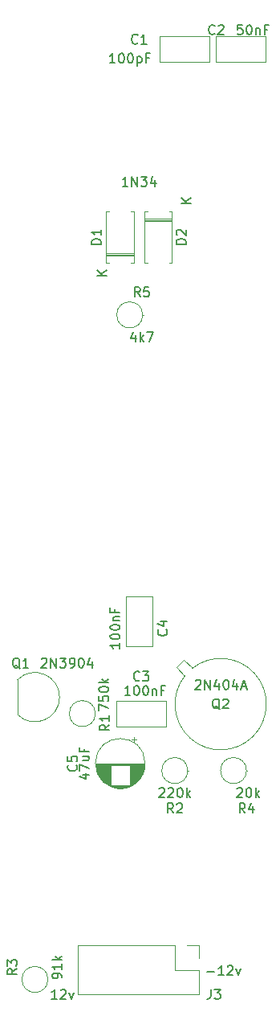
<source format=gbr>
%TF.GenerationSoftware,KiCad,Pcbnew,(6.0.4-0)*%
%TF.CreationDate,2022-12-20T09:34:10-08:00*%
%TF.ProjectId,harmonic_percolator,6861726d-6f6e-4696-935f-706572636f6c,rev?*%
%TF.SameCoordinates,Original*%
%TF.FileFunction,Legend,Top*%
%TF.FilePolarity,Positive*%
%FSLAX46Y46*%
G04 Gerber Fmt 4.6, Leading zero omitted, Abs format (unit mm)*
G04 Created by KiCad (PCBNEW (6.0.4-0)) date 2022-12-20 09:34:10*
%MOMM*%
%LPD*%
G01*
G04 APERTURE LIST*
%ADD10C,0.150000*%
%ADD11C,0.120000*%
G04 APERTURE END LIST*
D10*
X96328571Y-148052380D02*
X95757142Y-148052380D01*
X96042857Y-148052380D02*
X96042857Y-147052380D01*
X95947619Y-147195238D01*
X95852380Y-147290476D01*
X95757142Y-147338095D01*
X96709523Y-147147619D02*
X96757142Y-147100000D01*
X96852380Y-147052380D01*
X97090476Y-147052380D01*
X97185714Y-147100000D01*
X97233333Y-147147619D01*
X97280952Y-147242857D01*
X97280952Y-147338095D01*
X97233333Y-147480952D01*
X96661904Y-148052380D01*
X97280952Y-148052380D01*
X97614285Y-147385714D02*
X97852380Y-148052380D01*
X98090476Y-147385714D01*
X112185714Y-145171428D02*
X112947619Y-145171428D01*
X113947619Y-145552380D02*
X113376190Y-145552380D01*
X113661904Y-145552380D02*
X113661904Y-144552380D01*
X113566666Y-144695238D01*
X113471428Y-144790476D01*
X113376190Y-144838095D01*
X114328571Y-144647619D02*
X114376190Y-144600000D01*
X114471428Y-144552380D01*
X114709523Y-144552380D01*
X114804761Y-144600000D01*
X114852380Y-144647619D01*
X114900000Y-144742857D01*
X114900000Y-144838095D01*
X114852380Y-144980952D01*
X114280952Y-145552380D01*
X114900000Y-145552380D01*
X115233333Y-144885714D02*
X115471428Y-145552380D01*
X115709523Y-144885714D01*
%TO.C,R4*%
X116158333Y-128452380D02*
X115825000Y-127976190D01*
X115586904Y-128452380D02*
X115586904Y-127452380D01*
X115967857Y-127452380D01*
X116063095Y-127500000D01*
X116110714Y-127547619D01*
X116158333Y-127642857D01*
X116158333Y-127785714D01*
X116110714Y-127880952D01*
X116063095Y-127928571D01*
X115967857Y-127976190D01*
X115586904Y-127976190D01*
X117015476Y-127785714D02*
X117015476Y-128452380D01*
X116777380Y-127404761D02*
X116539285Y-128119047D01*
X117158333Y-128119047D01*
X115328333Y-125917619D02*
X115375952Y-125870000D01*
X115471190Y-125822380D01*
X115709285Y-125822380D01*
X115804523Y-125870000D01*
X115852142Y-125917619D01*
X115899761Y-126012857D01*
X115899761Y-126108095D01*
X115852142Y-126250952D01*
X115280714Y-126822380D01*
X115899761Y-126822380D01*
X116518809Y-125822380D02*
X116614047Y-125822380D01*
X116709285Y-125870000D01*
X116756904Y-125917619D01*
X116804523Y-126012857D01*
X116852142Y-126203333D01*
X116852142Y-126441428D01*
X116804523Y-126631904D01*
X116756904Y-126727142D01*
X116709285Y-126774761D01*
X116614047Y-126822380D01*
X116518809Y-126822380D01*
X116423571Y-126774761D01*
X116375952Y-126727142D01*
X116328333Y-126631904D01*
X116280714Y-126441428D01*
X116280714Y-126203333D01*
X116328333Y-126012857D01*
X116375952Y-125917619D01*
X116423571Y-125870000D01*
X116518809Y-125822380D01*
X117280714Y-126822380D02*
X117280714Y-125822380D01*
X117375952Y-126441428D02*
X117661666Y-126822380D01*
X117661666Y-126155714D02*
X117280714Y-126536666D01*
%TO.C,R2*%
X108588333Y-128452380D02*
X108255000Y-127976190D01*
X108016904Y-128452380D02*
X108016904Y-127452380D01*
X108397857Y-127452380D01*
X108493095Y-127500000D01*
X108540714Y-127547619D01*
X108588333Y-127642857D01*
X108588333Y-127785714D01*
X108540714Y-127880952D01*
X108493095Y-127928571D01*
X108397857Y-127976190D01*
X108016904Y-127976190D01*
X108969285Y-127547619D02*
X109016904Y-127500000D01*
X109112142Y-127452380D01*
X109350238Y-127452380D01*
X109445476Y-127500000D01*
X109493095Y-127547619D01*
X109540714Y-127642857D01*
X109540714Y-127738095D01*
X109493095Y-127880952D01*
X108921666Y-128452380D01*
X109540714Y-128452380D01*
X107112142Y-125917619D02*
X107159761Y-125870000D01*
X107255000Y-125822380D01*
X107493095Y-125822380D01*
X107588333Y-125870000D01*
X107635952Y-125917619D01*
X107683571Y-126012857D01*
X107683571Y-126108095D01*
X107635952Y-126250952D01*
X107064523Y-126822380D01*
X107683571Y-126822380D01*
X108064523Y-125917619D02*
X108112142Y-125870000D01*
X108207380Y-125822380D01*
X108445476Y-125822380D01*
X108540714Y-125870000D01*
X108588333Y-125917619D01*
X108635952Y-126012857D01*
X108635952Y-126108095D01*
X108588333Y-126250952D01*
X108016904Y-126822380D01*
X108635952Y-126822380D01*
X109255000Y-125822380D02*
X109350238Y-125822380D01*
X109445476Y-125870000D01*
X109493095Y-125917619D01*
X109540714Y-126012857D01*
X109588333Y-126203333D01*
X109588333Y-126441428D01*
X109540714Y-126631904D01*
X109493095Y-126727142D01*
X109445476Y-126774761D01*
X109350238Y-126822380D01*
X109255000Y-126822380D01*
X109159761Y-126774761D01*
X109112142Y-126727142D01*
X109064523Y-126631904D01*
X109016904Y-126441428D01*
X109016904Y-126203333D01*
X109064523Y-126012857D01*
X109112142Y-125917619D01*
X109159761Y-125870000D01*
X109255000Y-125822380D01*
X110016904Y-126822380D02*
X110016904Y-125822380D01*
X110112142Y-126441428D02*
X110397857Y-126822380D01*
X110397857Y-126155714D02*
X110016904Y-126536666D01*
%TO.C,C2*%
X112963333Y-46357142D02*
X112915714Y-46404761D01*
X112772857Y-46452380D01*
X112677619Y-46452380D01*
X112534761Y-46404761D01*
X112439523Y-46309523D01*
X112391904Y-46214285D01*
X112344285Y-46023809D01*
X112344285Y-45880952D01*
X112391904Y-45690476D01*
X112439523Y-45595238D01*
X112534761Y-45500000D01*
X112677619Y-45452380D01*
X112772857Y-45452380D01*
X112915714Y-45500000D01*
X112963333Y-45547619D01*
X113344285Y-45547619D02*
X113391904Y-45500000D01*
X113487142Y-45452380D01*
X113725238Y-45452380D01*
X113820476Y-45500000D01*
X113868095Y-45547619D01*
X113915714Y-45642857D01*
X113915714Y-45738095D01*
X113868095Y-45880952D01*
X113296666Y-46452380D01*
X113915714Y-46452380D01*
X115880952Y-45452380D02*
X115404761Y-45452380D01*
X115357142Y-45928571D01*
X115404761Y-45880952D01*
X115500000Y-45833333D01*
X115738095Y-45833333D01*
X115833333Y-45880952D01*
X115880952Y-45928571D01*
X115928571Y-46023809D01*
X115928571Y-46261904D01*
X115880952Y-46357142D01*
X115833333Y-46404761D01*
X115738095Y-46452380D01*
X115500000Y-46452380D01*
X115404761Y-46404761D01*
X115357142Y-46357142D01*
X116547619Y-45452380D02*
X116642857Y-45452380D01*
X116738095Y-45500000D01*
X116785714Y-45547619D01*
X116833333Y-45642857D01*
X116880952Y-45833333D01*
X116880952Y-46071428D01*
X116833333Y-46261904D01*
X116785714Y-46357142D01*
X116738095Y-46404761D01*
X116642857Y-46452380D01*
X116547619Y-46452380D01*
X116452380Y-46404761D01*
X116404761Y-46357142D01*
X116357142Y-46261904D01*
X116309523Y-46071428D01*
X116309523Y-45833333D01*
X116357142Y-45642857D01*
X116404761Y-45547619D01*
X116452380Y-45500000D01*
X116547619Y-45452380D01*
X117309523Y-45785714D02*
X117309523Y-46452380D01*
X117309523Y-45880952D02*
X117357142Y-45833333D01*
X117452380Y-45785714D01*
X117595238Y-45785714D01*
X117690476Y-45833333D01*
X117738095Y-45928571D01*
X117738095Y-46452380D01*
X118547619Y-45928571D02*
X118214285Y-45928571D01*
X118214285Y-46452380D02*
X118214285Y-45452380D01*
X118690476Y-45452380D01*
%TO.C,R3*%
X92082380Y-144896666D02*
X91606190Y-145230000D01*
X92082380Y-145468095D02*
X91082380Y-145468095D01*
X91082380Y-145087142D01*
X91130000Y-144991904D01*
X91177619Y-144944285D01*
X91272857Y-144896666D01*
X91415714Y-144896666D01*
X91510952Y-144944285D01*
X91558571Y-144991904D01*
X91606190Y-145087142D01*
X91606190Y-145468095D01*
X91082380Y-144563333D02*
X91082380Y-143944285D01*
X91463333Y-144277619D01*
X91463333Y-144134761D01*
X91510952Y-144039523D01*
X91558571Y-143991904D01*
X91653809Y-143944285D01*
X91891904Y-143944285D01*
X91987142Y-143991904D01*
X92034761Y-144039523D01*
X92082380Y-144134761D01*
X92082380Y-144420476D01*
X92034761Y-144515714D01*
X91987142Y-144563333D01*
X96822380Y-145801428D02*
X96822380Y-145610952D01*
X96774761Y-145515714D01*
X96727142Y-145468095D01*
X96584285Y-145372857D01*
X96393809Y-145325238D01*
X96012857Y-145325238D01*
X95917619Y-145372857D01*
X95870000Y-145420476D01*
X95822380Y-145515714D01*
X95822380Y-145706190D01*
X95870000Y-145801428D01*
X95917619Y-145849047D01*
X96012857Y-145896666D01*
X96250952Y-145896666D01*
X96346190Y-145849047D01*
X96393809Y-145801428D01*
X96441428Y-145706190D01*
X96441428Y-145515714D01*
X96393809Y-145420476D01*
X96346190Y-145372857D01*
X96250952Y-145325238D01*
X96822380Y-144372857D02*
X96822380Y-144944285D01*
X96822380Y-144658571D02*
X95822380Y-144658571D01*
X95965238Y-144753809D01*
X96060476Y-144849047D01*
X96108095Y-144944285D01*
X96822380Y-143944285D02*
X95822380Y-143944285D01*
X96441428Y-143849047D02*
X96822380Y-143563333D01*
X96155714Y-143563333D02*
X96536666Y-143944285D01*
%TO.C,D2*%
X109922380Y-68548095D02*
X108922380Y-68548095D01*
X108922380Y-68310000D01*
X108970000Y-68167142D01*
X109065238Y-68071904D01*
X109160476Y-68024285D01*
X109350952Y-67976666D01*
X109493809Y-67976666D01*
X109684285Y-68024285D01*
X109779523Y-68071904D01*
X109874761Y-68167142D01*
X109922380Y-68310000D01*
X109922380Y-68548095D01*
X109017619Y-67595714D02*
X108970000Y-67548095D01*
X108922380Y-67452857D01*
X108922380Y-67214761D01*
X108970000Y-67119523D01*
X109017619Y-67071904D01*
X109112857Y-67024285D01*
X109208095Y-67024285D01*
X109350952Y-67071904D01*
X109922380Y-67643333D01*
X109922380Y-67024285D01*
X103809523Y-62452380D02*
X103238095Y-62452380D01*
X103523809Y-62452380D02*
X103523809Y-61452380D01*
X103428571Y-61595238D01*
X103333333Y-61690476D01*
X103238095Y-61738095D01*
X104238095Y-62452380D02*
X104238095Y-61452380D01*
X104809523Y-62452380D01*
X104809523Y-61452380D01*
X105190476Y-61452380D02*
X105809523Y-61452380D01*
X105476190Y-61833333D01*
X105619047Y-61833333D01*
X105714285Y-61880952D01*
X105761904Y-61928571D01*
X105809523Y-62023809D01*
X105809523Y-62261904D01*
X105761904Y-62357142D01*
X105714285Y-62404761D01*
X105619047Y-62452380D01*
X105333333Y-62452380D01*
X105238095Y-62404761D01*
X105190476Y-62357142D01*
X106666666Y-61785714D02*
X106666666Y-62452380D01*
X106428571Y-61404761D02*
X106190476Y-62119047D01*
X106809523Y-62119047D01*
X110452380Y-64261904D02*
X109452380Y-64261904D01*
X110452380Y-63690476D02*
X109880952Y-64119047D01*
X109452380Y-63690476D02*
X110023809Y-64261904D01*
%TO.C,J3*%
X112566666Y-147052380D02*
X112566666Y-147766666D01*
X112519047Y-147909523D01*
X112423809Y-148004761D01*
X112280952Y-148052380D01*
X112185714Y-148052380D01*
X112947619Y-147052380D02*
X113566666Y-147052380D01*
X113233333Y-147433333D01*
X113376190Y-147433333D01*
X113471428Y-147480952D01*
X113519047Y-147528571D01*
X113566666Y-147623809D01*
X113566666Y-147861904D01*
X113519047Y-147957142D01*
X113471428Y-148004761D01*
X113376190Y-148052380D01*
X113090476Y-148052380D01*
X112995238Y-148004761D01*
X112947619Y-147957142D01*
%TO.C,Q2*%
X113504761Y-117547619D02*
X113409523Y-117500000D01*
X113314285Y-117404761D01*
X113171428Y-117261904D01*
X113076190Y-117214285D01*
X112980952Y-117214285D01*
X113028571Y-117452380D02*
X112933333Y-117404761D01*
X112838095Y-117309523D01*
X112790476Y-117119047D01*
X112790476Y-116785714D01*
X112838095Y-116595238D01*
X112933333Y-116500000D01*
X113028571Y-116452380D01*
X113219047Y-116452380D01*
X113314285Y-116500000D01*
X113409523Y-116595238D01*
X113457142Y-116785714D01*
X113457142Y-117119047D01*
X113409523Y-117309523D01*
X113314285Y-117404761D01*
X113219047Y-117452380D01*
X113028571Y-117452380D01*
X113838095Y-116547619D02*
X113885714Y-116500000D01*
X113980952Y-116452380D01*
X114219047Y-116452380D01*
X114314285Y-116500000D01*
X114361904Y-116547619D01*
X114409523Y-116642857D01*
X114409523Y-116738095D01*
X114361904Y-116880952D01*
X113790476Y-117452380D01*
X114409523Y-117452380D01*
X110933333Y-114547619D02*
X110980952Y-114500000D01*
X111076190Y-114452380D01*
X111314285Y-114452380D01*
X111409523Y-114500000D01*
X111457142Y-114547619D01*
X111504761Y-114642857D01*
X111504761Y-114738095D01*
X111457142Y-114880952D01*
X110885714Y-115452380D01*
X111504761Y-115452380D01*
X111933333Y-115452380D02*
X111933333Y-114452380D01*
X112504761Y-115452380D01*
X112504761Y-114452380D01*
X113409523Y-114785714D02*
X113409523Y-115452380D01*
X113171428Y-114404761D02*
X112933333Y-115119047D01*
X113552380Y-115119047D01*
X114123809Y-114452380D02*
X114219047Y-114452380D01*
X114314285Y-114500000D01*
X114361904Y-114547619D01*
X114409523Y-114642857D01*
X114457142Y-114833333D01*
X114457142Y-115071428D01*
X114409523Y-115261904D01*
X114361904Y-115357142D01*
X114314285Y-115404761D01*
X114219047Y-115452380D01*
X114123809Y-115452380D01*
X114028571Y-115404761D01*
X113980952Y-115357142D01*
X113933333Y-115261904D01*
X113885714Y-115071428D01*
X113885714Y-114833333D01*
X113933333Y-114642857D01*
X113980952Y-114547619D01*
X114028571Y-114500000D01*
X114123809Y-114452380D01*
X115314285Y-114785714D02*
X115314285Y-115452380D01*
X115076190Y-114404761D02*
X114838095Y-115119047D01*
X115457142Y-115119047D01*
X115790476Y-115166666D02*
X116266666Y-115166666D01*
X115695238Y-115452380D02*
X116028571Y-114452380D01*
X116361904Y-115452380D01*
%TO.C,D1*%
X100982380Y-68548095D02*
X99982380Y-68548095D01*
X99982380Y-68310000D01*
X100030000Y-68167142D01*
X100125238Y-68071904D01*
X100220476Y-68024285D01*
X100410952Y-67976666D01*
X100553809Y-67976666D01*
X100744285Y-68024285D01*
X100839523Y-68071904D01*
X100934761Y-68167142D01*
X100982380Y-68310000D01*
X100982380Y-68548095D01*
X100982380Y-67024285D02*
X100982380Y-67595714D01*
X100982380Y-67310000D02*
X99982380Y-67310000D01*
X100125238Y-67405238D01*
X100220476Y-67500476D01*
X100268095Y-67595714D01*
X101552380Y-71881904D02*
X100552380Y-71881904D01*
X101552380Y-71310476D02*
X100980952Y-71739047D01*
X100552380Y-71310476D02*
X101123809Y-71881904D01*
%TO.C,R1*%
X101852380Y-119166666D02*
X101376190Y-119500000D01*
X101852380Y-119738095D02*
X100852380Y-119738095D01*
X100852380Y-119357142D01*
X100900000Y-119261904D01*
X100947619Y-119214285D01*
X101042857Y-119166666D01*
X101185714Y-119166666D01*
X101280952Y-119214285D01*
X101328571Y-119261904D01*
X101376190Y-119357142D01*
X101376190Y-119738095D01*
X101852380Y-118214285D02*
X101852380Y-118785714D01*
X101852380Y-118500000D02*
X100852380Y-118500000D01*
X100995238Y-118595238D01*
X101090476Y-118690476D01*
X101138095Y-118785714D01*
X100752380Y-117690476D02*
X100752380Y-117023809D01*
X101752380Y-117452380D01*
X100752380Y-116166666D02*
X100752380Y-116642857D01*
X101228571Y-116690476D01*
X101180952Y-116642857D01*
X101133333Y-116547619D01*
X101133333Y-116309523D01*
X101180952Y-116214285D01*
X101228571Y-116166666D01*
X101323809Y-116119047D01*
X101561904Y-116119047D01*
X101657142Y-116166666D01*
X101704761Y-116214285D01*
X101752380Y-116309523D01*
X101752380Y-116547619D01*
X101704761Y-116642857D01*
X101657142Y-116690476D01*
X100752380Y-115500000D02*
X100752380Y-115404761D01*
X100800000Y-115309523D01*
X100847619Y-115261904D01*
X100942857Y-115214285D01*
X101133333Y-115166666D01*
X101371428Y-115166666D01*
X101561904Y-115214285D01*
X101657142Y-115261904D01*
X101704761Y-115309523D01*
X101752380Y-115404761D01*
X101752380Y-115500000D01*
X101704761Y-115595238D01*
X101657142Y-115642857D01*
X101561904Y-115690476D01*
X101371428Y-115738095D01*
X101133333Y-115738095D01*
X100942857Y-115690476D01*
X100847619Y-115642857D01*
X100800000Y-115595238D01*
X100752380Y-115500000D01*
X101752380Y-114738095D02*
X100752380Y-114738095D01*
X101371428Y-114642857D02*
X101752380Y-114357142D01*
X101085714Y-114357142D02*
X101466666Y-114738095D01*
%TO.C,C1*%
X104833333Y-47357142D02*
X104785714Y-47404761D01*
X104642857Y-47452380D01*
X104547619Y-47452380D01*
X104404761Y-47404761D01*
X104309523Y-47309523D01*
X104261904Y-47214285D01*
X104214285Y-47023809D01*
X104214285Y-46880952D01*
X104261904Y-46690476D01*
X104309523Y-46595238D01*
X104404761Y-46500000D01*
X104547619Y-46452380D01*
X104642857Y-46452380D01*
X104785714Y-46500000D01*
X104833333Y-46547619D01*
X105785714Y-47452380D02*
X105214285Y-47452380D01*
X105500000Y-47452380D02*
X105500000Y-46452380D01*
X105404761Y-46595238D01*
X105309523Y-46690476D01*
X105214285Y-46738095D01*
X102452380Y-49452380D02*
X101880952Y-49452380D01*
X102166666Y-49452380D02*
X102166666Y-48452380D01*
X102071428Y-48595238D01*
X101976190Y-48690476D01*
X101880952Y-48738095D01*
X103071428Y-48452380D02*
X103166666Y-48452380D01*
X103261904Y-48500000D01*
X103309523Y-48547619D01*
X103357142Y-48642857D01*
X103404761Y-48833333D01*
X103404761Y-49071428D01*
X103357142Y-49261904D01*
X103309523Y-49357142D01*
X103261904Y-49404761D01*
X103166666Y-49452380D01*
X103071428Y-49452380D01*
X102976190Y-49404761D01*
X102928571Y-49357142D01*
X102880952Y-49261904D01*
X102833333Y-49071428D01*
X102833333Y-48833333D01*
X102880952Y-48642857D01*
X102928571Y-48547619D01*
X102976190Y-48500000D01*
X103071428Y-48452380D01*
X104023809Y-48452380D02*
X104119047Y-48452380D01*
X104214285Y-48500000D01*
X104261904Y-48547619D01*
X104309523Y-48642857D01*
X104357142Y-48833333D01*
X104357142Y-49071428D01*
X104309523Y-49261904D01*
X104261904Y-49357142D01*
X104214285Y-49404761D01*
X104119047Y-49452380D01*
X104023809Y-49452380D01*
X103928571Y-49404761D01*
X103880952Y-49357142D01*
X103833333Y-49261904D01*
X103785714Y-49071428D01*
X103785714Y-48833333D01*
X103833333Y-48642857D01*
X103880952Y-48547619D01*
X103928571Y-48500000D01*
X104023809Y-48452380D01*
X104785714Y-48785714D02*
X104785714Y-49785714D01*
X104785714Y-48833333D02*
X104880952Y-48785714D01*
X105071428Y-48785714D01*
X105166666Y-48833333D01*
X105214285Y-48880952D01*
X105261904Y-48976190D01*
X105261904Y-49261904D01*
X105214285Y-49357142D01*
X105166666Y-49404761D01*
X105071428Y-49452380D01*
X104880952Y-49452380D01*
X104785714Y-49404761D01*
X106023809Y-48928571D02*
X105690476Y-48928571D01*
X105690476Y-49452380D02*
X105690476Y-48452380D01*
X106166666Y-48452380D01*
%TO.C,C3*%
X105033333Y-114457142D02*
X104985714Y-114504761D01*
X104842857Y-114552380D01*
X104747619Y-114552380D01*
X104604761Y-114504761D01*
X104509523Y-114409523D01*
X104461904Y-114314285D01*
X104414285Y-114123809D01*
X104414285Y-113980952D01*
X104461904Y-113790476D01*
X104509523Y-113695238D01*
X104604761Y-113600000D01*
X104747619Y-113552380D01*
X104842857Y-113552380D01*
X104985714Y-113600000D01*
X105033333Y-113647619D01*
X105366666Y-113552380D02*
X105985714Y-113552380D01*
X105652380Y-113933333D01*
X105795238Y-113933333D01*
X105890476Y-113980952D01*
X105938095Y-114028571D01*
X105985714Y-114123809D01*
X105985714Y-114361904D01*
X105938095Y-114457142D01*
X105890476Y-114504761D01*
X105795238Y-114552380D01*
X105509523Y-114552380D01*
X105414285Y-114504761D01*
X105366666Y-114457142D01*
X104052380Y-116052380D02*
X103480952Y-116052380D01*
X103766666Y-116052380D02*
X103766666Y-115052380D01*
X103671428Y-115195238D01*
X103576190Y-115290476D01*
X103480952Y-115338095D01*
X104671428Y-115052380D02*
X104766666Y-115052380D01*
X104861904Y-115100000D01*
X104909523Y-115147619D01*
X104957142Y-115242857D01*
X105004761Y-115433333D01*
X105004761Y-115671428D01*
X104957142Y-115861904D01*
X104909523Y-115957142D01*
X104861904Y-116004761D01*
X104766666Y-116052380D01*
X104671428Y-116052380D01*
X104576190Y-116004761D01*
X104528571Y-115957142D01*
X104480952Y-115861904D01*
X104433333Y-115671428D01*
X104433333Y-115433333D01*
X104480952Y-115242857D01*
X104528571Y-115147619D01*
X104576190Y-115100000D01*
X104671428Y-115052380D01*
X105623809Y-115052380D02*
X105719047Y-115052380D01*
X105814285Y-115100000D01*
X105861904Y-115147619D01*
X105909523Y-115242857D01*
X105957142Y-115433333D01*
X105957142Y-115671428D01*
X105909523Y-115861904D01*
X105861904Y-115957142D01*
X105814285Y-116004761D01*
X105719047Y-116052380D01*
X105623809Y-116052380D01*
X105528571Y-116004761D01*
X105480952Y-115957142D01*
X105433333Y-115861904D01*
X105385714Y-115671428D01*
X105385714Y-115433333D01*
X105433333Y-115242857D01*
X105480952Y-115147619D01*
X105528571Y-115100000D01*
X105623809Y-115052380D01*
X106385714Y-115385714D02*
X106385714Y-116052380D01*
X106385714Y-115480952D02*
X106433333Y-115433333D01*
X106528571Y-115385714D01*
X106671428Y-115385714D01*
X106766666Y-115433333D01*
X106814285Y-115528571D01*
X106814285Y-116052380D01*
X107623809Y-115528571D02*
X107290476Y-115528571D01*
X107290476Y-116052380D02*
X107290476Y-115052380D01*
X107766666Y-115052380D01*
%TO.C,C5*%
X98357142Y-123416666D02*
X98404761Y-123464285D01*
X98452380Y-123607142D01*
X98452380Y-123702380D01*
X98404761Y-123845238D01*
X98309523Y-123940476D01*
X98214285Y-123988095D01*
X98023809Y-124035714D01*
X97880952Y-124035714D01*
X97690476Y-123988095D01*
X97595238Y-123940476D01*
X97500000Y-123845238D01*
X97452380Y-123702380D01*
X97452380Y-123607142D01*
X97500000Y-123464285D01*
X97547619Y-123416666D01*
X97452380Y-122511904D02*
X97452380Y-122988095D01*
X97928571Y-123035714D01*
X97880952Y-122988095D01*
X97833333Y-122892857D01*
X97833333Y-122654761D01*
X97880952Y-122559523D01*
X97928571Y-122511904D01*
X98023809Y-122464285D01*
X98261904Y-122464285D01*
X98357142Y-122511904D01*
X98404761Y-122559523D01*
X98452380Y-122654761D01*
X98452380Y-122892857D01*
X98404761Y-122988095D01*
X98357142Y-123035714D01*
X99035714Y-124416666D02*
X99702380Y-124416666D01*
X98654761Y-124654761D02*
X99369047Y-124892857D01*
X99369047Y-124273809D01*
X98702380Y-123988095D02*
X98702380Y-123321428D01*
X99702380Y-123750000D01*
X99035714Y-122511904D02*
X99702380Y-122511904D01*
X99035714Y-122940476D02*
X99559523Y-122940476D01*
X99654761Y-122892857D01*
X99702380Y-122797619D01*
X99702380Y-122654761D01*
X99654761Y-122559523D01*
X99607142Y-122511904D01*
X99178571Y-121702380D02*
X99178571Y-122035714D01*
X99702380Y-122035714D02*
X98702380Y-122035714D01*
X98702380Y-121559523D01*
%TO.C,C4*%
X107857142Y-109166666D02*
X107904761Y-109214285D01*
X107952380Y-109357142D01*
X107952380Y-109452380D01*
X107904761Y-109595238D01*
X107809523Y-109690476D01*
X107714285Y-109738095D01*
X107523809Y-109785714D01*
X107380952Y-109785714D01*
X107190476Y-109738095D01*
X107095238Y-109690476D01*
X107000000Y-109595238D01*
X106952380Y-109452380D01*
X106952380Y-109357142D01*
X107000000Y-109214285D01*
X107047619Y-109166666D01*
X107285714Y-108309523D02*
X107952380Y-108309523D01*
X106904761Y-108547619D02*
X107619047Y-108785714D01*
X107619047Y-108166666D01*
X102952380Y-110547619D02*
X102952380Y-111119047D01*
X102952380Y-110833333D02*
X101952380Y-110833333D01*
X102095238Y-110928571D01*
X102190476Y-111023809D01*
X102238095Y-111119047D01*
X101952380Y-109928571D02*
X101952380Y-109833333D01*
X102000000Y-109738095D01*
X102047619Y-109690476D01*
X102142857Y-109642857D01*
X102333333Y-109595238D01*
X102571428Y-109595238D01*
X102761904Y-109642857D01*
X102857142Y-109690476D01*
X102904761Y-109738095D01*
X102952380Y-109833333D01*
X102952380Y-109928571D01*
X102904761Y-110023809D01*
X102857142Y-110071428D01*
X102761904Y-110119047D01*
X102571428Y-110166666D01*
X102333333Y-110166666D01*
X102142857Y-110119047D01*
X102047619Y-110071428D01*
X102000000Y-110023809D01*
X101952380Y-109928571D01*
X101952380Y-108976190D02*
X101952380Y-108880952D01*
X102000000Y-108785714D01*
X102047619Y-108738095D01*
X102142857Y-108690476D01*
X102333333Y-108642857D01*
X102571428Y-108642857D01*
X102761904Y-108690476D01*
X102857142Y-108738095D01*
X102904761Y-108785714D01*
X102952380Y-108880952D01*
X102952380Y-108976190D01*
X102904761Y-109071428D01*
X102857142Y-109119047D01*
X102761904Y-109166666D01*
X102571428Y-109214285D01*
X102333333Y-109214285D01*
X102142857Y-109166666D01*
X102047619Y-109119047D01*
X102000000Y-109071428D01*
X101952380Y-108976190D01*
X102285714Y-108214285D02*
X102952380Y-108214285D01*
X102380952Y-108214285D02*
X102333333Y-108166666D01*
X102285714Y-108071428D01*
X102285714Y-107928571D01*
X102333333Y-107833333D01*
X102428571Y-107785714D01*
X102952380Y-107785714D01*
X102428571Y-106976190D02*
X102428571Y-107309523D01*
X102952380Y-107309523D02*
X101952380Y-107309523D01*
X101952380Y-106833333D01*
%TO.C,R5*%
X105103333Y-74082380D02*
X104770000Y-73606190D01*
X104531904Y-74082380D02*
X104531904Y-73082380D01*
X104912857Y-73082380D01*
X105008095Y-73130000D01*
X105055714Y-73177619D01*
X105103333Y-73272857D01*
X105103333Y-73415714D01*
X105055714Y-73510952D01*
X105008095Y-73558571D01*
X104912857Y-73606190D01*
X104531904Y-73606190D01*
X106008095Y-73082380D02*
X105531904Y-73082380D01*
X105484285Y-73558571D01*
X105531904Y-73510952D01*
X105627142Y-73463333D01*
X105865238Y-73463333D01*
X105960476Y-73510952D01*
X106008095Y-73558571D01*
X106055714Y-73653809D01*
X106055714Y-73891904D01*
X106008095Y-73987142D01*
X105960476Y-74034761D01*
X105865238Y-74082380D01*
X105627142Y-74082380D01*
X105531904Y-74034761D01*
X105484285Y-73987142D01*
X104579523Y-78155714D02*
X104579523Y-78822380D01*
X104341428Y-77774761D02*
X104103333Y-78489047D01*
X104722380Y-78489047D01*
X105103333Y-78822380D02*
X105103333Y-77822380D01*
X105198571Y-78441428D02*
X105484285Y-78822380D01*
X105484285Y-78155714D02*
X105103333Y-78536666D01*
X105817619Y-77822380D02*
X106484285Y-77822380D01*
X106055714Y-78822380D01*
%TO.C,Q1*%
X92404761Y-113247619D02*
X92309523Y-113200000D01*
X92214285Y-113104761D01*
X92071428Y-112961904D01*
X91976190Y-112914285D01*
X91880952Y-112914285D01*
X91928571Y-113152380D02*
X91833333Y-113104761D01*
X91738095Y-113009523D01*
X91690476Y-112819047D01*
X91690476Y-112485714D01*
X91738095Y-112295238D01*
X91833333Y-112200000D01*
X91928571Y-112152380D01*
X92119047Y-112152380D01*
X92214285Y-112200000D01*
X92309523Y-112295238D01*
X92357142Y-112485714D01*
X92357142Y-112819047D01*
X92309523Y-113009523D01*
X92214285Y-113104761D01*
X92119047Y-113152380D01*
X91928571Y-113152380D01*
X93309523Y-113152380D02*
X92738095Y-113152380D01*
X93023809Y-113152380D02*
X93023809Y-112152380D01*
X92928571Y-112295238D01*
X92833333Y-112390476D01*
X92738095Y-112438095D01*
X94685714Y-112247619D02*
X94733333Y-112200000D01*
X94828571Y-112152380D01*
X95066666Y-112152380D01*
X95161904Y-112200000D01*
X95209523Y-112247619D01*
X95257142Y-112342857D01*
X95257142Y-112438095D01*
X95209523Y-112580952D01*
X94638095Y-113152380D01*
X95257142Y-113152380D01*
X95685714Y-113152380D02*
X95685714Y-112152380D01*
X96257142Y-113152380D01*
X96257142Y-112152380D01*
X96638095Y-112152380D02*
X97257142Y-112152380D01*
X96923809Y-112533333D01*
X97066666Y-112533333D01*
X97161904Y-112580952D01*
X97209523Y-112628571D01*
X97257142Y-112723809D01*
X97257142Y-112961904D01*
X97209523Y-113057142D01*
X97161904Y-113104761D01*
X97066666Y-113152380D01*
X96780952Y-113152380D01*
X96685714Y-113104761D01*
X96638095Y-113057142D01*
X97733333Y-113152380D02*
X97923809Y-113152380D01*
X98019047Y-113104761D01*
X98066666Y-113057142D01*
X98161904Y-112914285D01*
X98209523Y-112723809D01*
X98209523Y-112342857D01*
X98161904Y-112247619D01*
X98114285Y-112200000D01*
X98019047Y-112152380D01*
X97828571Y-112152380D01*
X97733333Y-112200000D01*
X97685714Y-112247619D01*
X97638095Y-112342857D01*
X97638095Y-112580952D01*
X97685714Y-112676190D01*
X97733333Y-112723809D01*
X97828571Y-112771428D01*
X98019047Y-112771428D01*
X98114285Y-112723809D01*
X98161904Y-112676190D01*
X98209523Y-112580952D01*
X98828571Y-112152380D02*
X98923809Y-112152380D01*
X99019047Y-112200000D01*
X99066666Y-112247619D01*
X99114285Y-112342857D01*
X99161904Y-112533333D01*
X99161904Y-112771428D01*
X99114285Y-112961904D01*
X99066666Y-113057142D01*
X99019047Y-113104761D01*
X98923809Y-113152380D01*
X98828571Y-113152380D01*
X98733333Y-113104761D01*
X98685714Y-113057142D01*
X98638095Y-112961904D01*
X98590476Y-112771428D01*
X98590476Y-112533333D01*
X98638095Y-112342857D01*
X98685714Y-112247619D01*
X98733333Y-112200000D01*
X98828571Y-112152380D01*
X100019047Y-112485714D02*
X100019047Y-113152380D01*
X99780952Y-112104761D02*
X99542857Y-112819047D01*
X100161904Y-112819047D01*
D11*
%TO.C,R4*%
X116325000Y-124000000D02*
X116395000Y-124000000D01*
X116325000Y-124000000D02*
G75*
G03*
X116325000Y-124000000I-1370000J0D01*
G01*
%TO.C,R2*%
X110125000Y-124000000D02*
X110195000Y-124000000D01*
X110125000Y-124000000D02*
G75*
G03*
X110125000Y-124000000I-1370000J0D01*
G01*
%TO.C,C2*%
X118370000Y-49370000D02*
X118370000Y-46630000D01*
X118370000Y-46630000D02*
X113130000Y-46630000D01*
X113130000Y-49370000D02*
X113130000Y-46630000D01*
X118370000Y-49370000D02*
X113130000Y-49370000D01*
%TO.C,R3*%
X94000000Y-144630000D02*
X94000000Y-144560000D01*
X95370000Y-146000000D02*
G75*
G03*
X95370000Y-146000000I-1370000J0D01*
G01*
%TO.C,D2*%
X108470000Y-65090000D02*
X108470000Y-70530000D01*
X105860000Y-65090000D02*
X105530000Y-65090000D01*
X108470000Y-65990000D02*
X105530000Y-65990000D01*
X108470000Y-65870000D02*
X105530000Y-65870000D01*
X108470000Y-70530000D02*
X108140000Y-70530000D01*
X105530000Y-70530000D02*
X105860000Y-70530000D01*
X108140000Y-65090000D02*
X108470000Y-65090000D01*
X105530000Y-65090000D02*
X105530000Y-70530000D01*
X108470000Y-66110000D02*
X105530000Y-66110000D01*
%TO.C,J3*%
X111330000Y-147595000D02*
X98510000Y-147595000D01*
X111330000Y-142395000D02*
X111330000Y-143725000D01*
X110000000Y-142395000D02*
X111330000Y-142395000D01*
X108730000Y-142395000D02*
X98510000Y-142395000D01*
X108730000Y-142395000D02*
X108730000Y-144995000D01*
X108730000Y-144995000D02*
X111330000Y-144995000D01*
X98510000Y-142395000D02*
X98510000Y-147595000D01*
X111330000Y-144995000D02*
X111330000Y-147595000D01*
%TO.C,Q2*%
X108934144Y-113111961D02*
X109825098Y-114002916D01*
X110602916Y-113225098D02*
X109711961Y-112334144D01*
X109711961Y-112334144D02*
X108934144Y-113111961D01*
X109825326Y-114002629D02*
G75*
G03*
X110602916Y-113225098I3774674J-2997371D01*
G01*
%TO.C,D1*%
X101530000Y-70530000D02*
X101530000Y-65090000D01*
X104140000Y-70530000D02*
X104470000Y-70530000D01*
X101530000Y-65090000D02*
X101860000Y-65090000D01*
X104470000Y-65090000D02*
X104140000Y-65090000D01*
X104470000Y-70530000D02*
X104470000Y-65090000D01*
X101530000Y-69750000D02*
X104470000Y-69750000D01*
X101530000Y-69510000D02*
X104470000Y-69510000D01*
X101860000Y-70530000D02*
X101530000Y-70530000D01*
X101530000Y-69630000D02*
X104470000Y-69630000D01*
%TO.C,R1*%
X99000000Y-116630000D02*
X99000000Y-116560000D01*
X100370000Y-118000000D02*
G75*
G03*
X100370000Y-118000000I-1370000J0D01*
G01*
%TO.C,C1*%
X112370000Y-49370000D02*
X107130000Y-49370000D01*
X107130000Y-49370000D02*
X107130000Y-46630000D01*
X112370000Y-46630000D02*
X107130000Y-46630000D01*
X112370000Y-49370000D02*
X112370000Y-46630000D01*
%TO.C,C3*%
X102630000Y-119370000D02*
X107870000Y-119370000D01*
X107870000Y-116630000D02*
X107870000Y-119370000D01*
X102630000Y-116630000D02*
X102630000Y-119370000D01*
X102630000Y-116630000D02*
X107870000Y-116630000D01*
%TO.C,C5*%
X105576000Y-123410000D02*
X100424000Y-123410000D01*
X105290000Y-124451000D02*
X104040000Y-124451000D01*
X104971000Y-124931000D02*
X104040000Y-124931000D01*
X101960000Y-123850000D02*
X100489000Y-123850000D01*
X101960000Y-123770000D02*
X100472000Y-123770000D01*
X101960000Y-123570000D02*
X100439000Y-123570000D01*
X101960000Y-124891000D02*
X100996000Y-124891000D01*
X101960000Y-124571000D02*
X100776000Y-124571000D01*
X105398000Y-124211000D02*
X104040000Y-124211000D01*
X105268000Y-124491000D02*
X104040000Y-124491000D01*
X101960000Y-124051000D02*
X100545000Y-124051000D01*
X105329000Y-124371000D02*
X104040000Y-124371000D01*
X104937000Y-124971000D02*
X104040000Y-124971000D01*
X101960000Y-123730000D02*
X100464000Y-123730000D01*
X101960000Y-123890000D02*
X100499000Y-123890000D01*
X101960000Y-124291000D02*
X100635000Y-124291000D01*
X104901000Y-125011000D02*
X104040000Y-125011000D01*
X105065000Y-124811000D02*
X104040000Y-124811000D01*
X105569000Y-123490000D02*
X104040000Y-123490000D01*
X101960000Y-124091000D02*
X100558000Y-124091000D01*
X105580000Y-123290000D02*
X100420000Y-123290000D01*
X105543000Y-123690000D02*
X104040000Y-123690000D01*
X105310000Y-124411000D02*
X104040000Y-124411000D01*
X105122000Y-124731000D02*
X104040000Y-124731000D01*
X101960000Y-125291000D02*
X101395000Y-125291000D01*
X105491000Y-123930000D02*
X104040000Y-123930000D01*
X105550000Y-123650000D02*
X104040000Y-123650000D01*
X105455000Y-124051000D02*
X104040000Y-124051000D01*
X105528000Y-123770000D02*
X104040000Y-123770000D01*
X105414000Y-124171000D02*
X104040000Y-124171000D01*
X104500000Y-125371000D02*
X104040000Y-125371000D01*
X104605000Y-125291000D02*
X104040000Y-125291000D01*
X104785000Y-125131000D02*
X104040000Y-125131000D01*
X101960000Y-123810000D02*
X100480000Y-123810000D01*
X104699000Y-125211000D02*
X104040000Y-125211000D01*
X105511000Y-123850000D02*
X104040000Y-123850000D01*
X105365000Y-124291000D02*
X104040000Y-124291000D01*
X101960000Y-123690000D02*
X100457000Y-123690000D01*
X105247000Y-124531000D02*
X104040000Y-124531000D01*
X101960000Y-123930000D02*
X100509000Y-123930000D01*
X105480000Y-123971000D02*
X104040000Y-123971000D01*
X105428000Y-124131000D02*
X104040000Y-124131000D01*
X105095000Y-124771000D02*
X104040000Y-124771000D01*
X101960000Y-125491000D02*
X101681000Y-125491000D01*
X101960000Y-125091000D02*
X101174000Y-125091000D01*
X101960000Y-124811000D02*
X100935000Y-124811000D01*
X105579000Y-123330000D02*
X100421000Y-123330000D01*
X101960000Y-125251000D02*
X101347000Y-125251000D01*
X105501000Y-123890000D02*
X104040000Y-123890000D01*
X101960000Y-123490000D02*
X100431000Y-123490000D01*
X105035000Y-124851000D02*
X104040000Y-124851000D01*
X104098000Y-125611000D02*
X101902000Y-125611000D01*
X101960000Y-124731000D02*
X100878000Y-124731000D01*
X105573000Y-123450000D02*
X100427000Y-123450000D01*
X104475000Y-120445225D02*
X104475000Y-120945225D01*
X104383000Y-125451000D02*
X104040000Y-125451000D01*
X103915000Y-125691000D02*
X102085000Y-125691000D01*
X104826000Y-125091000D02*
X104040000Y-125091000D01*
X105224000Y-124571000D02*
X104040000Y-124571000D01*
X101960000Y-125051000D02*
X101136000Y-125051000D01*
X101960000Y-124331000D02*
X100652000Y-124331000D01*
X104011000Y-125651000D02*
X101989000Y-125651000D01*
X105468000Y-124011000D02*
X104040000Y-124011000D01*
X103677000Y-125771000D02*
X102323000Y-125771000D01*
X101960000Y-124491000D02*
X100732000Y-124491000D01*
X101960000Y-123530000D02*
X100435000Y-123530000D01*
X101960000Y-123971000D02*
X100520000Y-123971000D01*
X104319000Y-125491000D02*
X104040000Y-125491000D01*
X104251000Y-125531000D02*
X104040000Y-125531000D01*
X105578000Y-123370000D02*
X100422000Y-123370000D01*
X101960000Y-124651000D02*
X100825000Y-124651000D01*
X101960000Y-123650000D02*
X100450000Y-123650000D01*
X105382000Y-124251000D02*
X104040000Y-124251000D01*
X103518000Y-125811000D02*
X102482000Y-125811000D01*
X105580000Y-123250000D02*
X100420000Y-123250000D01*
X104725000Y-120695225D02*
X104225000Y-120695225D01*
X101960000Y-124691000D02*
X100851000Y-124691000D01*
X101960000Y-124211000D02*
X100602000Y-124211000D01*
X105004000Y-124891000D02*
X104040000Y-124891000D01*
X101960000Y-125011000D02*
X101099000Y-125011000D01*
X101960000Y-124251000D02*
X100618000Y-124251000D01*
X105561000Y-123570000D02*
X104040000Y-123570000D01*
X101960000Y-124971000D02*
X101063000Y-124971000D01*
X105149000Y-124691000D02*
X104040000Y-124691000D01*
X101960000Y-124411000D02*
X100690000Y-124411000D01*
X105348000Y-124331000D02*
X104040000Y-124331000D01*
X105175000Y-124651000D02*
X104040000Y-124651000D01*
X101960000Y-124851000D02*
X100965000Y-124851000D01*
X103284000Y-125851000D02*
X102716000Y-125851000D01*
X105200000Y-124611000D02*
X104040000Y-124611000D01*
X105442000Y-124091000D02*
X104040000Y-124091000D01*
X101960000Y-125211000D02*
X101301000Y-125211000D01*
X105565000Y-123530000D02*
X104040000Y-123530000D01*
X101960000Y-125451000D02*
X101617000Y-125451000D01*
X104554000Y-125331000D02*
X104040000Y-125331000D01*
X101960000Y-124011000D02*
X100532000Y-124011000D01*
X101960000Y-124771000D02*
X100905000Y-124771000D01*
X101960000Y-124531000D02*
X100753000Y-124531000D01*
X105520000Y-123810000D02*
X104040000Y-123810000D01*
X104653000Y-125251000D02*
X104040000Y-125251000D01*
X104864000Y-125051000D02*
X104040000Y-125051000D01*
X101960000Y-125331000D02*
X101446000Y-125331000D01*
X101960000Y-125411000D02*
X101557000Y-125411000D01*
X104178000Y-125571000D02*
X101822000Y-125571000D01*
X101960000Y-125371000D02*
X101500000Y-125371000D01*
X101960000Y-125531000D02*
X101749000Y-125531000D01*
X101960000Y-124931000D02*
X101029000Y-124931000D01*
X101960000Y-124131000D02*
X100572000Y-124131000D01*
X104443000Y-125411000D02*
X104040000Y-125411000D01*
X104743000Y-125171000D02*
X104040000Y-125171000D01*
X101960000Y-124371000D02*
X100671000Y-124371000D01*
X105556000Y-123610000D02*
X104040000Y-123610000D01*
X101960000Y-125131000D02*
X101215000Y-125131000D01*
X101960000Y-124451000D02*
X100710000Y-124451000D01*
X101960000Y-124611000D02*
X100800000Y-124611000D01*
X101960000Y-124171000D02*
X100586000Y-124171000D01*
X105536000Y-123730000D02*
X104040000Y-123730000D01*
X101960000Y-123610000D02*
X100444000Y-123610000D01*
X101960000Y-125171000D02*
X101257000Y-125171000D01*
X103805000Y-125731000D02*
X102195000Y-125731000D01*
X105620000Y-123250000D02*
G75*
G03*
X105620000Y-123250000I-2620000J0D01*
G01*
%TO.C,C4*%
X106370000Y-105630000D02*
X103630000Y-105630000D01*
X103630000Y-105630000D02*
X103630000Y-110870000D01*
X106370000Y-105630000D02*
X106370000Y-110870000D01*
X106370000Y-110870000D02*
X103630000Y-110870000D01*
%TO.C,R5*%
X105370000Y-76000000D02*
X105440000Y-76000000D01*
X105370000Y-76000000D02*
G75*
G03*
X105370000Y-76000000I-1370000J0D01*
G01*
%TO.C,Q1*%
X92150000Y-114470000D02*
X92150000Y-118070000D01*
X96600001Y-116270000D02*
G75*
G03*
X92161522Y-114431522I-2600001J0D01*
G01*
X92161522Y-118108478D02*
G75*
G03*
X96600000Y-116270000I1838478J1838478D01*
G01*
%TD*%
M02*

</source>
